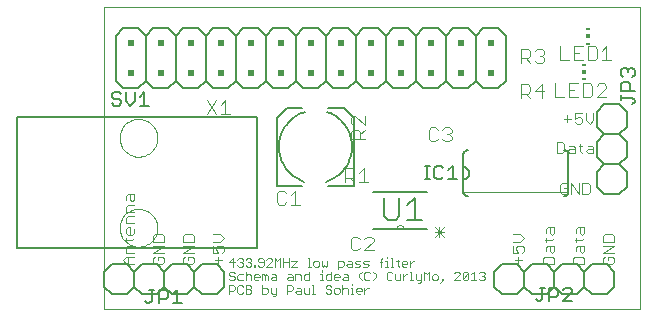
<source format=gto>
G75*
G70*
%OFA0B0*%
%FSLAX24Y24*%
%IPPOS*%
%LPD*%
%AMOC8*
5,1,8,0,0,1.08239X$1,22.5*
%
%ADD10C,0.0000*%
%ADD11C,0.0030*%
%ADD12C,0.0020*%
%ADD13C,0.0060*%
%ADD14C,0.0050*%
%ADD15R,0.0200X0.0200*%
%ADD16C,0.0040*%
%ADD17C,0.0080*%
%ADD18R,0.0118X0.0059*%
%ADD19R,0.0118X0.0118*%
D10*
X003055Y000150D02*
X003055Y010226D01*
X020925Y010226D01*
X020925Y000150D01*
X003055Y000150D01*
X003565Y002870D02*
X003567Y002920D01*
X003573Y002970D01*
X003583Y003019D01*
X003597Y003067D01*
X003614Y003114D01*
X003635Y003159D01*
X003660Y003203D01*
X003688Y003244D01*
X003720Y003283D01*
X003754Y003320D01*
X003791Y003354D01*
X003831Y003384D01*
X003873Y003411D01*
X003917Y003435D01*
X003963Y003456D01*
X004010Y003472D01*
X004058Y003485D01*
X004108Y003494D01*
X004157Y003499D01*
X004208Y003500D01*
X004258Y003497D01*
X004307Y003490D01*
X004356Y003479D01*
X004404Y003464D01*
X004450Y003446D01*
X004495Y003424D01*
X004538Y003398D01*
X004579Y003369D01*
X004618Y003337D01*
X004654Y003302D01*
X004686Y003264D01*
X004716Y003224D01*
X004743Y003181D01*
X004766Y003137D01*
X004785Y003091D01*
X004801Y003043D01*
X004813Y002994D01*
X004821Y002945D01*
X004825Y002895D01*
X004825Y002845D01*
X004821Y002795D01*
X004813Y002746D01*
X004801Y002697D01*
X004785Y002649D01*
X004766Y002603D01*
X004743Y002559D01*
X004716Y002516D01*
X004686Y002476D01*
X004654Y002438D01*
X004618Y002403D01*
X004579Y002371D01*
X004538Y002342D01*
X004495Y002316D01*
X004450Y002294D01*
X004404Y002276D01*
X004356Y002261D01*
X004307Y002250D01*
X004258Y002243D01*
X004208Y002240D01*
X004157Y002241D01*
X004108Y002246D01*
X004058Y002255D01*
X004010Y002268D01*
X003963Y002284D01*
X003917Y002305D01*
X003873Y002329D01*
X003831Y002356D01*
X003791Y002386D01*
X003754Y002420D01*
X003720Y002457D01*
X003688Y002496D01*
X003660Y002537D01*
X003635Y002581D01*
X003614Y002626D01*
X003597Y002673D01*
X003583Y002721D01*
X003573Y002770D01*
X003567Y002820D01*
X003565Y002870D01*
X003565Y005870D02*
X003567Y005920D01*
X003573Y005970D01*
X003583Y006019D01*
X003597Y006067D01*
X003614Y006114D01*
X003635Y006159D01*
X003660Y006203D01*
X003688Y006244D01*
X003720Y006283D01*
X003754Y006320D01*
X003791Y006354D01*
X003831Y006384D01*
X003873Y006411D01*
X003917Y006435D01*
X003963Y006456D01*
X004010Y006472D01*
X004058Y006485D01*
X004108Y006494D01*
X004157Y006499D01*
X004208Y006500D01*
X004258Y006497D01*
X004307Y006490D01*
X004356Y006479D01*
X004404Y006464D01*
X004450Y006446D01*
X004495Y006424D01*
X004538Y006398D01*
X004579Y006369D01*
X004618Y006337D01*
X004654Y006302D01*
X004686Y006264D01*
X004716Y006224D01*
X004743Y006181D01*
X004766Y006137D01*
X004785Y006091D01*
X004801Y006043D01*
X004813Y005994D01*
X004821Y005945D01*
X004825Y005895D01*
X004825Y005845D01*
X004821Y005795D01*
X004813Y005746D01*
X004801Y005697D01*
X004785Y005649D01*
X004766Y005603D01*
X004743Y005559D01*
X004716Y005516D01*
X004686Y005476D01*
X004654Y005438D01*
X004618Y005403D01*
X004579Y005371D01*
X004538Y005342D01*
X004495Y005316D01*
X004450Y005294D01*
X004404Y005276D01*
X004356Y005261D01*
X004307Y005250D01*
X004258Y005243D01*
X004208Y005240D01*
X004157Y005241D01*
X004108Y005246D01*
X004058Y005255D01*
X004010Y005268D01*
X003963Y005284D01*
X003917Y005305D01*
X003873Y005329D01*
X003831Y005356D01*
X003791Y005386D01*
X003754Y005420D01*
X003720Y005457D01*
X003688Y005496D01*
X003660Y005537D01*
X003635Y005581D01*
X003614Y005626D01*
X003597Y005673D01*
X003583Y005721D01*
X003573Y005770D01*
X003567Y005820D01*
X003565Y005870D01*
X012795Y002840D02*
X012797Y002861D01*
X012802Y002881D01*
X012811Y002900D01*
X012823Y002917D01*
X012838Y002932D01*
X012855Y002944D01*
X012874Y002953D01*
X012894Y002958D01*
X012915Y002960D01*
X012936Y002958D01*
X012956Y002953D01*
X012975Y002944D01*
X012992Y002932D01*
X013007Y002917D01*
X013019Y002900D01*
X013028Y002881D01*
X013033Y002861D01*
X013035Y002840D01*
D11*
X014067Y002887D02*
X014380Y002573D01*
X014223Y002573D02*
X014223Y002887D01*
X014380Y002887D02*
X014067Y002573D01*
X014067Y002730D02*
X014380Y002730D01*
X016670Y002649D02*
X016917Y002649D01*
X017040Y002525D01*
X016917Y002402D01*
X016670Y002402D01*
X016670Y002280D02*
X016670Y002033D01*
X016855Y002033D01*
X016793Y002157D01*
X016793Y002218D01*
X016855Y002280D01*
X016978Y002280D01*
X017040Y002218D01*
X017040Y002095D01*
X016978Y002033D01*
X016855Y001912D02*
X016855Y001665D01*
X016732Y001788D02*
X016978Y001788D01*
X017670Y001850D02*
X017670Y001665D01*
X018040Y001665D01*
X018040Y001850D01*
X017978Y001912D01*
X017732Y001912D01*
X017670Y001850D01*
X017917Y002095D02*
X017978Y002033D01*
X018040Y002095D01*
X018040Y002280D01*
X017855Y002280D01*
X017793Y002218D01*
X017793Y002095D01*
X017917Y002095D02*
X017917Y002280D01*
X017793Y002402D02*
X017793Y002525D01*
X017732Y002463D02*
X017978Y002463D01*
X018040Y002525D01*
X017978Y002647D02*
X017917Y002709D01*
X017917Y002894D01*
X017855Y002894D02*
X018040Y002894D01*
X018040Y002709D01*
X017978Y002647D01*
X017793Y002709D02*
X017793Y002832D01*
X017855Y002894D01*
X018793Y002832D02*
X018793Y002709D01*
X018793Y002832D02*
X018855Y002894D01*
X019040Y002894D01*
X019040Y002709D01*
X018978Y002647D01*
X018917Y002709D01*
X018917Y002894D01*
X019040Y002525D02*
X018978Y002463D01*
X018732Y002463D01*
X018793Y002402D02*
X018793Y002525D01*
X018855Y002280D02*
X019040Y002280D01*
X019040Y002095D01*
X018978Y002033D01*
X018917Y002095D01*
X018917Y002280D01*
X018855Y002280D02*
X018793Y002218D01*
X018793Y002095D01*
X018732Y001912D02*
X018670Y001850D01*
X018670Y001665D01*
X019040Y001665D01*
X019040Y001850D01*
X018978Y001912D01*
X018732Y001912D01*
X019670Y001850D02*
X019670Y001727D01*
X019732Y001665D01*
X019978Y001665D01*
X020040Y001727D01*
X020040Y001850D01*
X019978Y001912D01*
X019855Y001912D01*
X019855Y001788D01*
X019732Y001912D02*
X019670Y001850D01*
X019670Y002033D02*
X020040Y002280D01*
X019670Y002280D01*
X019670Y002402D02*
X019670Y002587D01*
X019732Y002649D01*
X019978Y002649D01*
X020040Y002587D01*
X020040Y002402D01*
X019670Y002402D01*
X019670Y002033D02*
X020040Y002033D01*
X019172Y004005D02*
X018987Y004005D01*
X018987Y004375D01*
X019172Y004375D01*
X019234Y004314D01*
X019234Y004067D01*
X019172Y004005D01*
X018865Y004005D02*
X018865Y004375D01*
X018618Y004375D02*
X018865Y004005D01*
X018618Y004005D02*
X018618Y004375D01*
X018497Y004314D02*
X018435Y004375D01*
X018312Y004375D01*
X018250Y004314D01*
X018250Y004067D01*
X018312Y004005D01*
X018435Y004005D01*
X018497Y004067D01*
X018497Y004190D01*
X018374Y004190D01*
X018315Y005365D02*
X018130Y005365D01*
X018130Y005735D01*
X018315Y005735D01*
X018377Y005674D01*
X018377Y005427D01*
X018315Y005365D01*
X018498Y005427D02*
X018560Y005488D01*
X018745Y005488D01*
X018745Y005550D02*
X018745Y005365D01*
X018560Y005365D01*
X018498Y005427D01*
X018684Y005612D02*
X018745Y005550D01*
X018684Y005612D02*
X018560Y005612D01*
X018867Y005612D02*
X018990Y005612D01*
X018928Y005674D02*
X018928Y005427D01*
X018990Y005365D01*
X019112Y005427D02*
X019174Y005488D01*
X019359Y005488D01*
X019359Y005550D02*
X019359Y005365D01*
X019174Y005365D01*
X019112Y005427D01*
X019297Y005612D02*
X019359Y005550D01*
X019297Y005612D02*
X019174Y005612D01*
X019230Y006325D02*
X019354Y006448D01*
X019354Y006695D01*
X019107Y006695D02*
X019107Y006448D01*
X019230Y006325D01*
X018985Y006387D02*
X018924Y006325D01*
X018800Y006325D01*
X018738Y006387D01*
X018738Y006510D02*
X018862Y006572D01*
X018924Y006572D01*
X018985Y006510D01*
X018985Y006387D01*
X018738Y006510D02*
X018738Y006695D01*
X018985Y006695D01*
X018617Y006510D02*
X018370Y006510D01*
X018494Y006387D02*
X018494Y006634D01*
X007040Y002525D02*
X006917Y002649D01*
X006670Y002649D01*
X006670Y002402D02*
X006917Y002402D01*
X007040Y002525D01*
X006978Y002280D02*
X007040Y002218D01*
X007040Y002095D01*
X006978Y002033D01*
X006855Y002033D02*
X006793Y002157D01*
X006793Y002218D01*
X006855Y002280D01*
X006978Y002280D01*
X006670Y002280D02*
X006670Y002033D01*
X006855Y002033D01*
X006855Y001912D02*
X006855Y001665D01*
X006732Y001788D02*
X006978Y001788D01*
X006040Y001727D02*
X006040Y001850D01*
X005978Y001912D01*
X005855Y001912D01*
X005855Y001788D01*
X005732Y001665D02*
X005978Y001665D01*
X006040Y001727D01*
X005732Y001665D02*
X005670Y001727D01*
X005670Y001850D01*
X005732Y001912D01*
X005670Y002033D02*
X006040Y002280D01*
X005670Y002280D01*
X005670Y002402D02*
X005670Y002587D01*
X005732Y002649D01*
X005978Y002649D01*
X006040Y002587D01*
X006040Y002402D01*
X005670Y002402D01*
X005040Y002402D02*
X005040Y002587D01*
X004978Y002649D01*
X004732Y002649D01*
X004670Y002587D01*
X004670Y002402D01*
X005040Y002402D01*
X005040Y002280D02*
X004670Y002280D01*
X004670Y002033D02*
X005040Y002280D01*
X005040Y002033D02*
X004670Y002033D01*
X004732Y001912D02*
X004670Y001850D01*
X004670Y001727D01*
X004732Y001665D01*
X004978Y001665D01*
X005040Y001727D01*
X005040Y001850D01*
X004978Y001912D01*
X004855Y001912D01*
X004855Y001788D01*
X004040Y001665D02*
X003793Y001665D01*
X003670Y001788D01*
X003793Y001912D01*
X004040Y001912D01*
X004040Y002033D02*
X003793Y002033D01*
X003793Y002218D01*
X003855Y002280D01*
X004040Y002280D01*
X003978Y002463D02*
X003732Y002463D01*
X003793Y002402D02*
X003793Y002525D01*
X003855Y002647D02*
X003793Y002709D01*
X003793Y002832D01*
X003855Y002894D01*
X003917Y002894D01*
X003917Y002647D01*
X003978Y002647D02*
X003855Y002647D01*
X003978Y002647D02*
X004040Y002709D01*
X004040Y002832D01*
X004040Y003015D02*
X003793Y003015D01*
X003793Y003201D01*
X003855Y003262D01*
X004040Y003262D01*
X004040Y003384D02*
X003793Y003384D01*
X003793Y003569D01*
X003855Y003631D01*
X004040Y003631D01*
X003978Y003752D02*
X003917Y003814D01*
X003917Y003999D01*
X003855Y003999D02*
X004040Y003999D01*
X004040Y003814D01*
X003978Y003752D01*
X003793Y003814D02*
X003793Y003937D01*
X003855Y003999D01*
X004040Y002525D02*
X003978Y002463D01*
X003855Y001912D02*
X003855Y001665D01*
X005670Y002033D02*
X006040Y002033D01*
D12*
X007215Y001720D02*
X007402Y001720D01*
X007491Y001627D02*
X007538Y001580D01*
X007631Y001580D01*
X007678Y001627D01*
X007678Y001673D01*
X007631Y001720D01*
X007585Y001720D01*
X007631Y001720D02*
X007678Y001767D01*
X007678Y001814D01*
X007631Y001860D01*
X007538Y001860D01*
X007491Y001814D01*
X007355Y001860D02*
X007215Y001720D01*
X007355Y001580D02*
X007355Y001860D01*
X007768Y001814D02*
X007814Y001860D01*
X007908Y001860D01*
X007954Y001814D01*
X007954Y001767D01*
X007908Y001720D01*
X007954Y001673D01*
X007954Y001627D01*
X007908Y001580D01*
X007814Y001580D01*
X007768Y001627D01*
X007861Y001720D02*
X007908Y001720D01*
X008044Y001627D02*
X008091Y001627D01*
X008091Y001580D01*
X008044Y001580D01*
X008044Y001627D01*
X008182Y001627D02*
X008229Y001580D01*
X008322Y001580D01*
X008369Y001627D01*
X008369Y001814D01*
X008322Y001860D01*
X008229Y001860D01*
X008182Y001814D01*
X008182Y001767D01*
X008229Y001720D01*
X008369Y001720D01*
X008458Y001814D02*
X008505Y001860D01*
X008598Y001860D01*
X008645Y001814D01*
X008645Y001767D01*
X008458Y001580D01*
X008645Y001580D01*
X008734Y001580D02*
X008734Y001860D01*
X008828Y001767D01*
X008921Y001860D01*
X008921Y001580D01*
X009011Y001580D02*
X009011Y001860D01*
X009011Y001720D02*
X009197Y001720D01*
X009287Y001767D02*
X009474Y001767D01*
X009287Y001580D01*
X009474Y001580D01*
X009197Y001580D02*
X009197Y001860D01*
X009839Y001860D02*
X009886Y001860D01*
X009886Y001580D01*
X009839Y001580D02*
X009933Y001580D01*
X010024Y001627D02*
X010024Y001720D01*
X010070Y001767D01*
X010164Y001767D01*
X010210Y001720D01*
X010210Y001627D01*
X010164Y001580D01*
X010070Y001580D01*
X010024Y001627D01*
X010300Y001627D02*
X010346Y001580D01*
X010393Y001627D01*
X010440Y001580D01*
X010487Y001627D01*
X010487Y001767D01*
X010300Y001767D02*
X010300Y001627D01*
X010300Y001457D02*
X010300Y001410D01*
X010300Y001317D02*
X010300Y001130D01*
X010254Y001130D02*
X010347Y001130D01*
X010438Y001177D02*
X010438Y001270D01*
X010485Y001317D01*
X010625Y001317D01*
X010625Y001410D02*
X010625Y001130D01*
X010485Y001130D01*
X010438Y001177D01*
X010300Y001317D02*
X010254Y001317D01*
X009888Y001317D02*
X009748Y001317D01*
X009701Y001270D01*
X009701Y001177D01*
X009748Y001130D01*
X009888Y001130D01*
X009888Y001410D01*
X009612Y001270D02*
X009612Y001130D01*
X009425Y001130D02*
X009425Y001317D01*
X009565Y001317D01*
X009612Y001270D01*
X009336Y001270D02*
X009336Y001130D01*
X009195Y001130D01*
X009149Y001177D01*
X009195Y001223D01*
X009336Y001223D01*
X009336Y001270D02*
X009289Y001317D01*
X009195Y001317D01*
X008783Y001270D02*
X008783Y001130D01*
X008643Y001130D01*
X008596Y001177D01*
X008643Y001223D01*
X008783Y001223D01*
X008783Y001270D02*
X008736Y001317D01*
X008643Y001317D01*
X008507Y001270D02*
X008507Y001130D01*
X008413Y001130D02*
X008413Y001270D01*
X008460Y001317D01*
X008507Y001270D01*
X008413Y001270D02*
X008367Y001317D01*
X008320Y001317D01*
X008320Y001130D01*
X008231Y001223D02*
X008044Y001223D01*
X008044Y001177D02*
X008044Y001270D01*
X008091Y001317D01*
X008184Y001317D01*
X008231Y001270D01*
X008231Y001223D01*
X008184Y001130D02*
X008091Y001130D01*
X008044Y001177D01*
X007954Y001130D02*
X007954Y001270D01*
X007908Y001317D01*
X007814Y001317D01*
X007768Y001270D01*
X007678Y001317D02*
X007538Y001317D01*
X007491Y001270D01*
X007491Y001177D01*
X007538Y001130D01*
X007678Y001130D01*
X007768Y001130D02*
X007768Y001410D01*
X007402Y001364D02*
X007355Y001410D01*
X007262Y001410D01*
X007215Y001364D01*
X007215Y001317D01*
X007262Y001270D01*
X007355Y001270D01*
X007402Y001223D01*
X007402Y001177D01*
X007355Y001130D01*
X007262Y001130D01*
X007215Y001177D01*
X007215Y000960D02*
X007355Y000960D01*
X007402Y000914D01*
X007402Y000820D01*
X007355Y000773D01*
X007215Y000773D01*
X007215Y000680D02*
X007215Y000960D01*
X007491Y000914D02*
X007491Y000727D01*
X007538Y000680D01*
X007631Y000680D01*
X007678Y000727D01*
X007768Y000680D02*
X007908Y000680D01*
X007954Y000727D01*
X007954Y000773D01*
X007908Y000820D01*
X007768Y000820D01*
X007678Y000914D02*
X007631Y000960D01*
X007538Y000960D01*
X007491Y000914D01*
X007768Y000960D02*
X007908Y000960D01*
X007954Y000914D01*
X007954Y000867D01*
X007908Y000820D01*
X007768Y000680D02*
X007768Y000960D01*
X008320Y000960D02*
X008320Y000680D01*
X008460Y000680D01*
X008507Y000727D01*
X008507Y000820D01*
X008460Y000867D01*
X008320Y000867D01*
X008596Y000867D02*
X008596Y000727D01*
X008643Y000680D01*
X008783Y000680D01*
X008783Y000633D02*
X008736Y000587D01*
X008690Y000587D01*
X008783Y000633D02*
X008783Y000867D01*
X009149Y000960D02*
X009149Y000680D01*
X009149Y000773D02*
X009289Y000773D01*
X009336Y000820D01*
X009336Y000914D01*
X009289Y000960D01*
X009149Y000960D01*
X009472Y000867D02*
X009565Y000867D01*
X009612Y000820D01*
X009612Y000680D01*
X009472Y000680D01*
X009425Y000727D01*
X009472Y000773D01*
X009612Y000773D01*
X009701Y000727D02*
X009748Y000680D01*
X009888Y000680D01*
X009888Y000867D01*
X009977Y000960D02*
X010024Y000960D01*
X010024Y000680D01*
X009977Y000680D02*
X010071Y000680D01*
X010438Y000727D02*
X010485Y000680D01*
X010578Y000680D01*
X010625Y000727D01*
X010625Y000773D01*
X010578Y000820D01*
X010485Y000820D01*
X010438Y000867D01*
X010438Y000914D01*
X010485Y000960D01*
X010578Y000960D01*
X010625Y000914D01*
X010714Y000820D02*
X010761Y000867D01*
X010854Y000867D01*
X010901Y000820D01*
X010901Y000727D01*
X010854Y000680D01*
X010761Y000680D01*
X010714Y000727D01*
X010714Y000820D01*
X010990Y000820D02*
X011037Y000867D01*
X011130Y000867D01*
X011177Y000820D01*
X011177Y000680D01*
X011267Y000680D02*
X011360Y000680D01*
X011313Y000680D02*
X011313Y000867D01*
X011267Y000867D01*
X011313Y000960D02*
X011313Y001007D01*
X011177Y001130D02*
X011037Y001130D01*
X010990Y001177D01*
X011037Y001223D01*
X011177Y001223D01*
X011177Y001270D02*
X011177Y001130D01*
X010990Y000960D02*
X010990Y000680D01*
X011451Y000727D02*
X011451Y000820D01*
X011497Y000867D01*
X011591Y000867D01*
X011638Y000820D01*
X011638Y000773D01*
X011451Y000773D01*
X011451Y000727D02*
X011497Y000680D01*
X011591Y000680D01*
X011727Y000680D02*
X011727Y000867D01*
X011820Y000867D02*
X011867Y000867D01*
X011820Y000867D02*
X011727Y000773D01*
X011774Y001130D02*
X011867Y001130D01*
X011914Y001177D01*
X012003Y001130D02*
X012097Y001223D01*
X012097Y001317D01*
X012003Y001410D01*
X011914Y001364D02*
X011867Y001410D01*
X011774Y001410D01*
X011727Y001364D01*
X011727Y001177D01*
X011774Y001130D01*
X011636Y001130D02*
X011543Y001223D01*
X011543Y001317D01*
X011636Y001410D01*
X011681Y001580D02*
X011821Y001580D01*
X011868Y001627D01*
X011821Y001673D01*
X011728Y001673D01*
X011681Y001720D01*
X011728Y001767D01*
X011868Y001767D01*
X011592Y001767D02*
X011451Y001767D01*
X011405Y001720D01*
X011451Y001673D01*
X011545Y001673D01*
X011592Y001627D01*
X011545Y001580D01*
X011405Y001580D01*
X011315Y001580D02*
X011175Y001580D01*
X011128Y001627D01*
X011175Y001673D01*
X011315Y001673D01*
X011315Y001720D02*
X011315Y001580D01*
X011315Y001720D02*
X011269Y001767D01*
X011175Y001767D01*
X011039Y001720D02*
X011039Y001627D01*
X010992Y001580D01*
X010852Y001580D01*
X010852Y001487D02*
X010852Y001767D01*
X010992Y001767D01*
X011039Y001720D01*
X011037Y001317D02*
X011130Y001317D01*
X011177Y001270D01*
X010901Y001270D02*
X010901Y001223D01*
X010714Y001223D01*
X010714Y001177D02*
X010714Y001270D01*
X010761Y001317D01*
X010854Y001317D01*
X010901Y001270D01*
X010761Y001130D02*
X010714Y001177D01*
X010761Y001130D02*
X010854Y001130D01*
X009701Y000867D02*
X009701Y000727D01*
X012280Y001580D02*
X012280Y001814D01*
X012327Y001860D01*
X012418Y001767D02*
X012464Y001767D01*
X012464Y001580D01*
X012418Y001580D02*
X012511Y001580D01*
X012602Y001580D02*
X012695Y001580D01*
X012648Y001580D02*
X012648Y001860D01*
X012602Y001860D01*
X012464Y001860D02*
X012464Y001907D01*
X012327Y001720D02*
X012233Y001720D01*
X012510Y001410D02*
X012464Y001364D01*
X012464Y001177D01*
X012510Y001130D01*
X012604Y001130D01*
X012650Y001177D01*
X012740Y001177D02*
X012787Y001130D01*
X012927Y001130D01*
X012927Y001317D01*
X013016Y001317D02*
X013016Y001130D01*
X013016Y001223D02*
X013109Y001317D01*
X013156Y001317D01*
X013246Y001410D02*
X013293Y001410D01*
X013293Y001130D01*
X013246Y001130D02*
X013340Y001130D01*
X013430Y001177D02*
X013477Y001130D01*
X013617Y001130D01*
X013617Y001083D02*
X013571Y001037D01*
X013524Y001037D01*
X013617Y001083D02*
X013617Y001317D01*
X013707Y001410D02*
X013800Y001317D01*
X013893Y001410D01*
X013893Y001130D01*
X013983Y001177D02*
X014030Y001130D01*
X014123Y001130D01*
X014170Y001177D01*
X014170Y001270D01*
X014123Y001317D01*
X014030Y001317D01*
X013983Y001270D01*
X013983Y001177D01*
X013707Y001130D02*
X013707Y001410D01*
X013430Y001317D02*
X013430Y001177D01*
X012740Y001177D02*
X012740Y001317D01*
X012650Y001364D02*
X012604Y001410D01*
X012510Y001410D01*
X012833Y001627D02*
X012879Y001580D01*
X012833Y001627D02*
X012833Y001814D01*
X012879Y001767D02*
X012786Y001767D01*
X012970Y001720D02*
X013017Y001767D01*
X013110Y001767D01*
X013157Y001720D01*
X013157Y001673D01*
X012970Y001673D01*
X012970Y001627D02*
X012970Y001720D01*
X012970Y001627D02*
X013017Y001580D01*
X013110Y001580D01*
X013246Y001580D02*
X013246Y001767D01*
X013246Y001673D02*
X013340Y001767D01*
X013386Y001767D01*
X014306Y001177D02*
X014306Y001130D01*
X014353Y001130D01*
X014353Y001177D01*
X014306Y001177D01*
X014353Y001130D02*
X014259Y001037D01*
X014720Y001130D02*
X014906Y001317D01*
X014906Y001364D01*
X014860Y001410D01*
X014766Y001410D01*
X014720Y001364D01*
X014996Y001364D02*
X015042Y001410D01*
X015136Y001410D01*
X015183Y001364D01*
X014996Y001177D01*
X015042Y001130D01*
X015136Y001130D01*
X015183Y001177D01*
X015183Y001364D01*
X015272Y001317D02*
X015365Y001410D01*
X015365Y001130D01*
X015272Y001130D02*
X015459Y001130D01*
X015548Y001177D02*
X015595Y001130D01*
X015688Y001130D01*
X015735Y001177D01*
X015735Y001223D01*
X015688Y001270D01*
X015642Y001270D01*
X015688Y001270D02*
X015735Y001317D01*
X015735Y001364D01*
X015688Y001410D01*
X015595Y001410D01*
X015548Y001364D01*
X014996Y001364D02*
X014996Y001177D01*
X014906Y001130D02*
X014720Y001130D01*
X015025Y004060D02*
X018525Y004060D01*
D13*
X018525Y004070D02*
X018525Y005310D01*
X018523Y005333D01*
X018518Y005356D01*
X018509Y005378D01*
X018496Y005398D01*
X018481Y005416D01*
X018463Y005431D01*
X018443Y005444D01*
X018421Y005453D01*
X018398Y005458D01*
X018375Y005460D01*
X019475Y005240D02*
X019475Y005740D01*
X019725Y005990D01*
X019475Y006240D01*
X019475Y006740D01*
X019725Y006990D01*
X020225Y006990D01*
X020475Y006740D01*
X020475Y006240D01*
X020225Y005990D01*
X020475Y005740D01*
X020475Y005240D01*
X020225Y004990D01*
X020475Y004740D01*
X020475Y004240D01*
X020225Y003990D01*
X019725Y003990D01*
X019475Y004240D01*
X019475Y004740D01*
X019725Y004990D01*
X019475Y005240D01*
X019725Y004990D02*
X020225Y004990D01*
X020225Y005990D02*
X019725Y005990D01*
X016435Y007780D02*
X016435Y009280D01*
X016185Y009530D01*
X015685Y009530D01*
X015435Y009280D01*
X015435Y007780D01*
X015685Y007530D01*
X016185Y007530D01*
X016435Y007780D01*
X015435Y007780D02*
X015185Y007530D01*
X014685Y007530D01*
X014435Y007780D01*
X014435Y009280D01*
X014685Y009530D01*
X015185Y009530D01*
X015435Y009280D01*
X014435Y009280D02*
X014185Y009530D01*
X013685Y009530D01*
X013435Y009280D01*
X013435Y007780D01*
X013185Y007530D01*
X012685Y007530D01*
X012435Y007780D01*
X012435Y009280D01*
X012685Y009530D01*
X013185Y009530D01*
X013435Y009280D01*
X012435Y009280D02*
X012185Y009530D01*
X011685Y009530D01*
X011435Y009280D01*
X011435Y007780D01*
X011185Y007530D01*
X010685Y007530D01*
X010435Y007780D01*
X010435Y009280D01*
X010685Y009530D01*
X011185Y009530D01*
X011435Y009280D01*
X010435Y009280D02*
X010185Y009530D01*
X009685Y009530D01*
X009435Y009280D01*
X009435Y007780D01*
X009685Y007530D01*
X010185Y007530D01*
X010435Y007780D01*
X011435Y007780D02*
X011685Y007530D01*
X012185Y007530D01*
X012435Y007780D01*
X013435Y007780D02*
X013685Y007530D01*
X014185Y007530D01*
X014435Y007780D01*
X015025Y005310D02*
X015025Y004890D01*
X015025Y004490D01*
X015025Y004070D01*
X015027Y004047D01*
X015032Y004024D01*
X015041Y004002D01*
X015054Y003982D01*
X015069Y003964D01*
X015087Y003949D01*
X015107Y003936D01*
X015129Y003927D01*
X015152Y003922D01*
X015175Y003920D01*
X013805Y004060D02*
X012025Y004060D01*
X012025Y002840D02*
X012795Y002840D01*
X013035Y002840D01*
X013805Y002840D01*
X016055Y001400D02*
X016305Y001650D01*
X016805Y001650D01*
X017055Y001400D01*
X017305Y001650D01*
X017805Y001650D01*
X018055Y001400D01*
X018055Y000900D01*
X017805Y000650D01*
X017305Y000650D01*
X017055Y000900D01*
X016805Y000650D01*
X016305Y000650D01*
X016055Y000900D01*
X016055Y001400D01*
X017055Y001400D02*
X017055Y000900D01*
X018055Y000900D02*
X018305Y000650D01*
X018805Y000650D01*
X019055Y000900D01*
X019305Y000650D01*
X019805Y000650D01*
X020055Y000900D01*
X020055Y001400D01*
X019805Y001650D01*
X019305Y001650D01*
X019055Y001400D01*
X019055Y000900D01*
X019055Y001400D02*
X018805Y001650D01*
X018305Y001650D01*
X018055Y001400D01*
X018375Y003920D02*
X018398Y003922D01*
X018421Y003927D01*
X018443Y003936D01*
X018463Y003949D01*
X018481Y003964D01*
X018496Y003982D01*
X018509Y004002D01*
X018518Y004024D01*
X018523Y004047D01*
X018525Y004070D01*
X015175Y005460D02*
X015152Y005458D01*
X015129Y005453D01*
X015107Y005444D01*
X015087Y005431D01*
X015069Y005416D01*
X015054Y005398D01*
X015041Y005378D01*
X015032Y005356D01*
X015027Y005333D01*
X015025Y005310D01*
X015025Y004890D02*
X015052Y004888D01*
X015079Y004883D01*
X015105Y004873D01*
X015129Y004861D01*
X015151Y004845D01*
X015171Y004827D01*
X015188Y004805D01*
X015203Y004782D01*
X015213Y004757D01*
X015221Y004731D01*
X015225Y004704D01*
X015225Y004676D01*
X015221Y004649D01*
X015213Y004623D01*
X015203Y004598D01*
X015188Y004575D01*
X015171Y004553D01*
X015151Y004535D01*
X015129Y004519D01*
X015105Y004507D01*
X015079Y004497D01*
X015052Y004492D01*
X015025Y004490D01*
X009435Y007780D02*
X009185Y007530D01*
X008685Y007530D01*
X008435Y007780D01*
X008435Y009280D01*
X008685Y009530D01*
X009185Y009530D01*
X009435Y009280D01*
X008435Y009280D02*
X008185Y009530D01*
X007685Y009530D01*
X007435Y009280D01*
X007435Y007780D01*
X007685Y007530D01*
X008185Y007530D01*
X008435Y007780D01*
X007435Y007780D02*
X007185Y007530D01*
X006685Y007530D01*
X006435Y007780D01*
X006435Y009280D01*
X006685Y009530D01*
X007185Y009530D01*
X007435Y009280D01*
X006435Y009280D02*
X006185Y009530D01*
X005685Y009530D01*
X005435Y009280D01*
X005435Y007780D01*
X005685Y007530D01*
X006185Y007530D01*
X006435Y007780D01*
X005435Y007780D02*
X005185Y007530D01*
X004685Y007530D01*
X004435Y007780D01*
X004435Y009280D01*
X004685Y009530D01*
X005185Y009530D01*
X005435Y009280D01*
X004435Y009280D02*
X004185Y009530D01*
X003685Y009530D01*
X003435Y009280D01*
X003435Y007780D01*
X003685Y007530D01*
X004185Y007530D01*
X004435Y007780D01*
X004305Y001650D02*
X004805Y001650D01*
X005055Y001400D01*
X005055Y000900D01*
X004805Y000650D01*
X004305Y000650D01*
X004055Y000900D01*
X003805Y000650D01*
X003305Y000650D01*
X003055Y000900D01*
X003055Y001400D01*
X003305Y001650D01*
X003805Y001650D01*
X004055Y001400D01*
X004305Y001650D01*
X004055Y001400D02*
X004055Y000900D01*
X005055Y000900D02*
X005305Y000650D01*
X005805Y000650D01*
X006055Y000900D01*
X006305Y000650D01*
X006805Y000650D01*
X007055Y000900D01*
X007055Y001400D01*
X006805Y001650D01*
X006305Y001650D01*
X006055Y001400D01*
X006055Y000900D01*
X006055Y001400D02*
X005805Y001650D01*
X005305Y001650D01*
X005055Y001400D01*
D14*
X005096Y000805D02*
X004871Y000805D01*
X004871Y000355D01*
X004871Y000505D02*
X005096Y000505D01*
X005171Y000580D01*
X005171Y000730D01*
X005096Y000805D01*
X005331Y000655D02*
X005481Y000805D01*
X005481Y000355D01*
X005331Y000355D02*
X005631Y000355D01*
X004710Y000805D02*
X004560Y000805D01*
X004635Y000805D02*
X004635Y000430D01*
X004560Y000355D01*
X004485Y000355D01*
X004410Y000430D01*
X013752Y004495D02*
X013903Y004495D01*
X013827Y004495D02*
X013827Y004945D01*
X013752Y004945D02*
X013903Y004945D01*
X014059Y004870D02*
X014059Y004570D01*
X014134Y004495D01*
X014285Y004495D01*
X014360Y004570D01*
X014520Y004495D02*
X014820Y004495D01*
X014670Y004495D02*
X014670Y004945D01*
X014520Y004795D01*
X014360Y004870D02*
X014285Y004945D01*
X014134Y004945D01*
X014059Y004870D01*
X020280Y007135D02*
X020280Y007285D01*
X020280Y007210D02*
X020655Y007210D01*
X020730Y007135D01*
X020730Y007060D01*
X020655Y006985D01*
X020580Y007445D02*
X020580Y007671D01*
X020505Y007746D01*
X020355Y007746D01*
X020280Y007671D01*
X020280Y007445D01*
X020730Y007445D01*
X020655Y007906D02*
X020730Y007981D01*
X020730Y008131D01*
X020655Y008206D01*
X020580Y008206D01*
X020505Y008131D01*
X020505Y008056D01*
X020505Y008131D02*
X020430Y008206D01*
X020355Y008206D01*
X020280Y008131D01*
X020280Y007981D01*
X020355Y007906D01*
X018576Y000865D02*
X018426Y000865D01*
X018351Y000790D01*
X018191Y000790D02*
X018191Y000640D01*
X018116Y000565D01*
X017891Y000565D01*
X017655Y000490D02*
X017655Y000865D01*
X017580Y000865D02*
X017730Y000865D01*
X017891Y000865D02*
X018116Y000865D01*
X018191Y000790D01*
X017891Y000865D02*
X017891Y000415D01*
X017655Y000490D02*
X017580Y000415D01*
X017505Y000415D01*
X017430Y000490D01*
X018351Y000415D02*
X018651Y000715D01*
X018651Y000790D01*
X018576Y000865D01*
X018651Y000415D02*
X018351Y000415D01*
X004531Y006945D02*
X004231Y006945D01*
X004381Y006945D02*
X004381Y007395D01*
X004231Y007245D01*
X004071Y007095D02*
X004071Y007395D01*
X003771Y007395D02*
X003771Y007095D01*
X003921Y006945D01*
X004071Y007095D01*
X003610Y007095D02*
X003610Y007020D01*
X003535Y006945D01*
X003385Y006945D01*
X003310Y007020D01*
X003385Y007170D02*
X003535Y007170D01*
X003610Y007095D01*
X003610Y007320D02*
X003535Y007395D01*
X003385Y007395D01*
X003310Y007320D01*
X003310Y007245D01*
X003385Y007170D01*
D15*
X003935Y008030D03*
X004935Y008030D03*
X005935Y008030D03*
X006935Y008030D03*
X007935Y008030D03*
X008935Y008030D03*
X009935Y008030D03*
X010935Y008030D03*
X011935Y008030D03*
X012935Y008030D03*
X013935Y008030D03*
X014935Y008030D03*
X015935Y008030D03*
X015935Y009030D03*
X014935Y009030D03*
X013935Y009030D03*
X012935Y009030D03*
X011935Y009030D03*
X010935Y009030D03*
X009935Y009030D03*
X008935Y009030D03*
X007935Y009030D03*
X006935Y009030D03*
X005935Y009030D03*
X004935Y009030D03*
X003935Y009030D03*
D16*
X006475Y007120D02*
X006782Y006660D01*
X006936Y006660D02*
X007242Y006660D01*
X007089Y006660D02*
X007089Y007120D01*
X006936Y006967D01*
X006782Y007120D02*
X006475Y006660D01*
X011084Y004850D02*
X011084Y004390D01*
X011084Y004543D02*
X011315Y004543D01*
X011391Y004620D01*
X011391Y004774D01*
X011315Y004850D01*
X011084Y004850D01*
X011545Y004697D02*
X011698Y004850D01*
X011698Y004390D01*
X011545Y004390D02*
X011852Y004390D01*
X011391Y004390D02*
X011238Y004543D01*
X009423Y004101D02*
X009423Y003641D01*
X009576Y003641D02*
X009269Y003641D01*
X009116Y003718D02*
X009039Y003641D01*
X008886Y003641D01*
X008809Y003718D01*
X008809Y004025D01*
X008886Y004101D01*
X009039Y004101D01*
X009116Y004025D01*
X009269Y003948D02*
X009423Y004101D01*
X011265Y002504D02*
X011265Y002197D01*
X011342Y002120D01*
X011495Y002120D01*
X011572Y002197D01*
X011726Y002120D02*
X012032Y002427D01*
X012032Y002504D01*
X011956Y002580D01*
X011802Y002580D01*
X011726Y002504D01*
X011572Y002504D02*
X011495Y002580D01*
X011342Y002580D01*
X011265Y002504D01*
X011726Y002120D02*
X012032Y002120D01*
X013941Y005760D02*
X014095Y005760D01*
X014171Y005837D01*
X014325Y005837D02*
X014401Y005760D01*
X014555Y005760D01*
X014632Y005837D01*
X014632Y005913D01*
X014555Y005990D01*
X014478Y005990D01*
X014555Y005990D02*
X014632Y006067D01*
X014632Y006144D01*
X014555Y006220D01*
X014401Y006220D01*
X014325Y006144D01*
X014171Y006144D02*
X014095Y006220D01*
X013941Y006220D01*
X013864Y006144D01*
X013864Y005837D01*
X013941Y005760D01*
X011735Y005830D02*
X011275Y005830D01*
X011275Y006060D01*
X011351Y006137D01*
X011505Y006137D01*
X011582Y006060D01*
X011582Y005830D01*
X011582Y005983D02*
X011735Y006137D01*
X011735Y006290D02*
X011428Y006597D01*
X011351Y006597D01*
X011275Y006521D01*
X011275Y006367D01*
X011351Y006290D01*
X011735Y006290D02*
X011735Y006597D01*
X016954Y007190D02*
X016954Y007650D01*
X017185Y007650D01*
X017261Y007574D01*
X017261Y007420D01*
X017185Y007343D01*
X016954Y007343D01*
X017108Y007343D02*
X017261Y007190D01*
X017415Y007420D02*
X017722Y007420D01*
X017645Y007650D02*
X017415Y007420D01*
X017645Y007190D02*
X017645Y007650D01*
X018085Y007690D02*
X018085Y007230D01*
X018392Y007230D01*
X018546Y007230D02*
X018852Y007230D01*
X019006Y007230D02*
X019236Y007230D01*
X019313Y007307D01*
X019313Y007614D01*
X019236Y007690D01*
X019006Y007690D01*
X019006Y007230D01*
X018699Y007460D02*
X018546Y007460D01*
X018546Y007690D02*
X018546Y007230D01*
X019466Y007230D02*
X019773Y007537D01*
X019773Y007614D01*
X019696Y007690D01*
X019543Y007690D01*
X019466Y007614D01*
X018852Y007690D02*
X018546Y007690D01*
X019466Y007230D02*
X019773Y007230D01*
X017722Y008447D02*
X017645Y008370D01*
X017491Y008370D01*
X017415Y008447D01*
X017261Y008370D02*
X017108Y008523D01*
X017185Y008523D02*
X016954Y008523D01*
X016954Y008370D02*
X016954Y008830D01*
X017185Y008830D01*
X017261Y008754D01*
X017261Y008600D01*
X017185Y008523D01*
X017568Y008600D02*
X017645Y008600D01*
X017722Y008523D01*
X017722Y008447D01*
X017645Y008600D02*
X017722Y008677D01*
X017722Y008754D01*
X017645Y008830D01*
X017491Y008830D01*
X017415Y008754D01*
X018255Y008920D02*
X018255Y008460D01*
X018562Y008460D01*
X018716Y008460D02*
X019022Y008460D01*
X019176Y008460D02*
X019406Y008460D01*
X019483Y008537D01*
X019483Y008844D01*
X019406Y008920D01*
X019176Y008920D01*
X019176Y008460D01*
X018869Y008690D02*
X018716Y008690D01*
X018716Y008920D02*
X018716Y008460D01*
X018716Y008920D02*
X019022Y008920D01*
X019636Y008767D02*
X019790Y008920D01*
X019790Y008460D01*
X019943Y008460D02*
X019636Y008460D01*
D17*
X011394Y006515D02*
X011040Y006869D01*
X010528Y006869D01*
X009662Y006869D02*
X009150Y006869D01*
X008796Y006515D01*
X008796Y004271D01*
X009662Y004271D01*
X010528Y004271D02*
X011394Y004271D01*
X011394Y006515D01*
X010469Y006731D02*
X010534Y006708D01*
X010597Y006682D01*
X010658Y006652D01*
X010718Y006618D01*
X010776Y006582D01*
X010832Y006542D01*
X010885Y006499D01*
X010936Y006453D01*
X010984Y006404D01*
X011029Y006353D01*
X011072Y006299D01*
X011111Y006243D01*
X011147Y006185D01*
X011180Y006124D01*
X011209Y006062D01*
X011235Y005999D01*
X011257Y005934D01*
X011276Y005868D01*
X011290Y005801D01*
X011301Y005734D01*
X011308Y005665D01*
X011312Y005597D01*
X011311Y005528D01*
X011307Y005460D01*
X011298Y005392D01*
X011286Y005325D01*
X011271Y005258D01*
X011251Y005192D01*
X011228Y005128D01*
X011201Y005065D01*
X011170Y005003D01*
X011137Y004944D01*
X011100Y004886D01*
X011059Y004831D01*
X011016Y004778D01*
X010970Y004727D01*
X010921Y004679D01*
X010869Y004634D01*
X010815Y004592D01*
X010759Y004553D01*
X010700Y004517D01*
X010640Y004485D01*
X010578Y004456D01*
X010514Y004430D01*
X010449Y004409D01*
X012395Y003871D02*
X012395Y003253D01*
X012519Y003130D01*
X012765Y003130D01*
X012889Y003253D01*
X012889Y003871D01*
X013150Y003624D02*
X013397Y003871D01*
X013397Y003130D01*
X013150Y003130D02*
X013644Y003130D01*
X009721Y004409D02*
X009656Y004432D01*
X009593Y004458D01*
X009532Y004488D01*
X009472Y004522D01*
X009414Y004558D01*
X009358Y004598D01*
X009305Y004641D01*
X009254Y004687D01*
X009206Y004736D01*
X009161Y004787D01*
X009118Y004841D01*
X009079Y004897D01*
X009043Y004955D01*
X009010Y005016D01*
X008981Y005078D01*
X008955Y005141D01*
X008933Y005206D01*
X008914Y005272D01*
X008900Y005339D01*
X008889Y005406D01*
X008882Y005475D01*
X008878Y005543D01*
X008879Y005612D01*
X008883Y005680D01*
X008892Y005748D01*
X008904Y005815D01*
X008919Y005882D01*
X008939Y005948D01*
X008962Y006012D01*
X008989Y006075D01*
X009020Y006137D01*
X009053Y006196D01*
X009090Y006254D01*
X009131Y006309D01*
X009174Y006362D01*
X009220Y006413D01*
X009269Y006461D01*
X009321Y006506D01*
X009375Y006548D01*
X009431Y006587D01*
X009490Y006623D01*
X009550Y006655D01*
X009612Y006684D01*
X009676Y006710D01*
X009741Y006731D01*
X008160Y006549D02*
X008160Y002191D01*
X000140Y002191D01*
X000140Y006549D01*
X008160Y006549D01*
D18*
X019054Y007834D03*
X019054Y008306D03*
X019174Y009014D03*
X019174Y009486D03*
D19*
X019174Y009250D03*
X019054Y008070D03*
M02*

</source>
